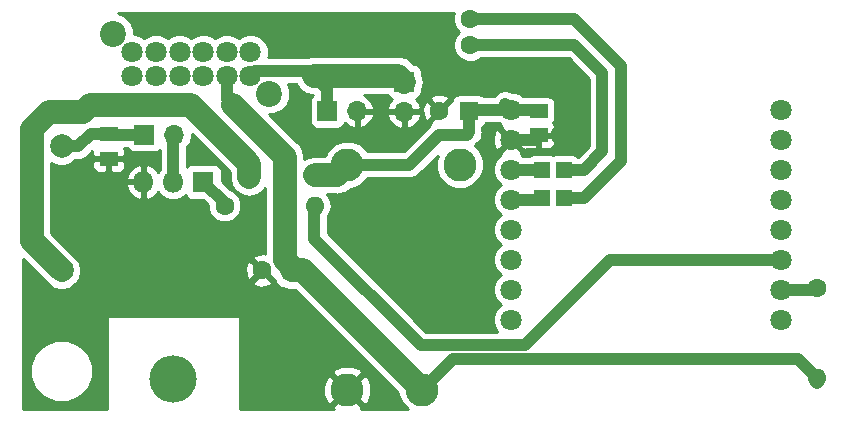
<source format=gbr>
G04 #@! TF.GenerationSoftware,KiCad,Pcbnew,5.0.0-rc2-unknown-9302bbc~65~ubuntu16.04.1*
G04 #@! TF.CreationDate,2018-06-15T14:22:43+03:00*
G04 #@! TF.ProjectId,cranklight,6372616E6B6C696768742E6B69636164,rev?*
G04 #@! TF.SameCoordinates,Original*
G04 #@! TF.FileFunction,Copper,L2,Bot,Signal*
G04 #@! TF.FilePolarity,Positive*
%FSLAX46Y46*%
G04 Gerber Fmt 4.6, Leading zero omitted, Abs format (unit mm)*
G04 Created by KiCad (PCBNEW 5.0.0-rc2-unknown-9302bbc~65~ubuntu16.04.1) date Fri Jun 15 14:22:43 2018*
%MOMM*%
%LPD*%
G01*
G04 APERTURE LIST*
G04 #@! TA.AperFunction,ComponentPad*
%ADD10C,2.000000*%
G04 #@! TD*
G04 #@! TA.AperFunction,ComponentPad*
%ADD11O,1.700000X1.700000*%
G04 #@! TD*
G04 #@! TA.AperFunction,ComponentPad*
%ADD12R,1.700000X1.700000*%
G04 #@! TD*
G04 #@! TA.AperFunction,SMDPad,CuDef*
%ADD13R,1.325000X1.400000*%
G04 #@! TD*
G04 #@! TA.AperFunction,ComponentPad*
%ADD14O,1.800000X1.800000*%
G04 #@! TD*
G04 #@! TA.AperFunction,ComponentPad*
%ADD15R,1.800000X1.800000*%
G04 #@! TD*
G04 #@! TA.AperFunction,ComponentPad*
%ADD16O,4.000000X4.000000*%
G04 #@! TD*
G04 #@! TA.AperFunction,ComponentPad*
%ADD17C,2.200000*%
G04 #@! TD*
G04 #@! TA.AperFunction,ComponentPad*
%ADD18C,1.800000*%
G04 #@! TD*
G04 #@! TA.AperFunction,SMDPad,CuDef*
%ADD19R,1.500000X1.145000*%
G04 #@! TD*
G04 #@! TA.AperFunction,ComponentPad*
%ADD20C,2.800000*%
G04 #@! TD*
G04 #@! TA.AperFunction,ComponentPad*
%ADD21O,1.600000X1.600000*%
G04 #@! TD*
G04 #@! TA.AperFunction,ComponentPad*
%ADD22C,1.600000*%
G04 #@! TD*
G04 #@! TA.AperFunction,ComponentPad*
%ADD23R,1.600000X1.600000*%
G04 #@! TD*
G04 #@! TA.AperFunction,ViaPad*
%ADD24C,1.600000*%
G04 #@! TD*
G04 #@! TA.AperFunction,Conductor*
%ADD25C,1.000000*%
G04 #@! TD*
G04 #@! TA.AperFunction,Conductor*
%ADD26C,2.000000*%
G04 #@! TD*
G04 #@! TA.AperFunction,Conductor*
%ADD27C,0.254000*%
G04 #@! TD*
G04 APERTURE END LIST*
D10*
G04 #@! TO.P,F1,2*
G04 #@! TO.N,+5V*
X104000000Y-122500000D03*
G04 #@! TO.P,F1,1*
G04 #@! TO.N,Net-(C4-Pad1)*
X104000000Y-112000000D03*
G04 #@! TD*
D11*
G04 #@! TO.P,J3,2*
G04 #@! TO.N,GND*
X129040000Y-109000000D03*
D12*
G04 #@! TO.P,J3,1*
G04 #@! TO.N,+BATT*
X126500000Y-109000000D03*
G04 #@! TD*
D13*
G04 #@! TO.P,R5,2*
G04 #@! TO.N,Net-(R5-Pad2)*
X144662500Y-114000000D03*
G04 #@! TO.P,R5,1*
G04 #@! TO.N,Net-(D1-Pad2)*
X146537500Y-114000000D03*
G04 #@! TD*
G04 #@! TO.P,R6,1*
G04 #@! TO.N,Net-(D2-Pad2)*
X146537500Y-116400000D03*
G04 #@! TO.P,R6,2*
G04 #@! TO.N,Net-(R6-Pad2)*
X144662500Y-116400000D03*
G04 #@! TD*
D14*
G04 #@! TO.P,Q1,3*
G04 #@! TO.N,GND*
X110920000Y-115000000D03*
G04 #@! TO.P,Q1,2*
G04 #@! TO.N,Net-(J2-Pad2)*
X113460000Y-115000000D03*
D15*
G04 #@! TO.P,Q1,1*
G04 #@! TO.N,Net-(Q1-Pad1)*
X116000000Y-115000000D03*
D16*
G04 #@! TO.P,Q1,2*
G04 #@! TO.N,Net-(J2-Pad2)*
X113460000Y-131660000D03*
G04 #@! TD*
D17*
G04 #@! TO.P,SW1,0*
G04 #@! TO.N,N/C*
X121600000Y-107550000D03*
X108400000Y-102450000D03*
D18*
G04 #@! TO.P,SW1,8*
X112000000Y-106000000D03*
G04 #@! TO.P,SW1,1*
X120000000Y-104000000D03*
G04 #@! TO.P,SW1,7*
X110000000Y-106000000D03*
G04 #@! TO.P,SW1,6*
G04 #@! TO.N,Net-(SW1-Pad6)*
X110000000Y-104000000D03*
G04 #@! TO.P,SW1,5*
G04 #@! TO.N,Net-(SW1-Pad5)*
X112000000Y-104000000D03*
G04 #@! TO.P,SW1,4*
G04 #@! TO.N,Net-(SW1-Pad4)*
X114000000Y-104000000D03*
G04 #@! TO.P,SW1,3*
G04 #@! TO.N,N/C*
X116000000Y-104000000D03*
G04 #@! TO.P,SW1,2*
X118000000Y-104000000D03*
G04 #@! TO.P,SW1,9*
X114000000Y-106000000D03*
G04 #@! TO.P,SW1,10*
G04 #@! TO.N,Net-(SW1-Pad10)*
X116000000Y-106000000D03*
G04 #@! TO.P,SW1,11*
G04 #@! TO.N,VCC*
X118000000Y-106000000D03*
G04 #@! TO.P,SW1,12*
G04 #@! TO.N,+BATT*
X120000000Y-106000000D03*
G04 #@! TD*
D19*
G04 #@! TO.P,C2,1*
G04 #@! TO.N,+5V*
X144400000Y-108957500D03*
G04 #@! TO.P,C2,2*
G04 #@! TO.N,GND*
X144400000Y-111042500D03*
G04 #@! TD*
D20*
G04 #@! TO.P,U2,1*
G04 #@! TO.N,GND*
X128200000Y-132600000D03*
G04 #@! TO.P,U2,2*
G04 #@! TO.N,VCC*
X134540000Y-132600000D03*
G04 #@! TO.P,U2,3*
G04 #@! TO.N,Net-(U2-Pad3)*
X137720000Y-113540000D03*
G04 #@! TO.P,U2,4*
G04 #@! TO.N,+5V*
X128200000Y-113540000D03*
G04 #@! TD*
D21*
G04 #@! TO.P,R1,2*
G04 #@! TO.N,VCC*
X168000000Y-131620000D03*
D22*
G04 #@! TO.P,R1,1*
G04 #@! TO.N,Net-(C1-Pad1)*
X168000000Y-124000000D03*
G04 #@! TD*
G04 #@! TO.P,C5,2*
G04 #@! TO.N,GND*
X136000000Y-109000000D03*
D23*
G04 #@! TO.P,C5,1*
G04 #@! TO.N,+5V*
X138500000Y-109000000D03*
G04 #@! TD*
D21*
G04 #@! TO.P,R3,2*
G04 #@! TO.N,Net-(R3-Pad2)*
X125420000Y-117000000D03*
D22*
G04 #@! TO.P,R3,1*
G04 #@! TO.N,Net-(Q1-Pad1)*
X117800000Y-117000000D03*
G04 #@! TD*
G04 #@! TO.P,C3,2*
G04 #@! TO.N,GND*
X121000000Y-122500000D03*
D23*
G04 #@! TO.P,C3,1*
G04 #@! TO.N,VCC*
X123500000Y-122500000D03*
G04 #@! TD*
D12*
G04 #@! TO.P,J2,1*
G04 #@! TO.N,Net-(C4-Pad1)*
X111000000Y-111000000D03*
D11*
G04 #@! TO.P,J2,2*
G04 #@! TO.N,Net-(J2-Pad2)*
X113540000Y-111000000D03*
G04 #@! TD*
D12*
G04 #@! TO.P,J1,1*
G04 #@! TO.N,+BATT*
X133000000Y-106500000D03*
D11*
G04 #@! TO.P,J1,2*
G04 #@! TO.N,GND*
X133000000Y-109040000D03*
G04 #@! TD*
D19*
G04 #@! TO.P,C4,1*
G04 #@! TO.N,Net-(C4-Pad1)*
X108000000Y-110957500D03*
G04 #@! TO.P,C4,2*
G04 #@! TO.N,GND*
X108000000Y-113042500D03*
G04 #@! TD*
D18*
G04 #@! TO.P,U1,8*
G04 #@! TO.N,Net-(U1-Pad8)*
X142070000Y-126660000D03*
G04 #@! TO.P,U1,7*
G04 #@! TO.N,Net-(U1-Pad7)*
X142070000Y-124120000D03*
G04 #@! TO.P,U1,6*
G04 #@! TO.N,Net-(U1-Pad6)*
X142070000Y-121580000D03*
G04 #@! TO.P,U1,5*
G04 #@! TO.N,Net-(U1-Pad5)*
X142070000Y-119040000D03*
G04 #@! TO.P,U1,4*
G04 #@! TO.N,Net-(R6-Pad2)*
X142070000Y-116500000D03*
G04 #@! TO.P,U1,3*
G04 #@! TO.N,Net-(R5-Pad2)*
X142070000Y-113960000D03*
G04 #@! TO.P,U1,2*
G04 #@! TO.N,GND*
X142070000Y-111420000D03*
G04 #@! TO.P,U1,1*
G04 #@! TO.N,+5V*
X142070000Y-108880000D03*
G04 #@! TO.P,U1,16*
G04 #@! TO.N,Net-(U1-Pad16)*
X164930000Y-108880000D03*
G04 #@! TO.P,U1,15*
G04 #@! TO.N,Net-(U1-Pad15)*
X164930000Y-111420000D03*
G04 #@! TO.P,U1,14*
G04 #@! TO.N,Net-(U1-Pad14)*
X164930000Y-113960000D03*
G04 #@! TO.P,U1,13*
G04 #@! TO.N,Net-(U1-Pad13)*
X164930000Y-116500000D03*
G04 #@! TO.P,U1,12*
G04 #@! TO.N,Net-(U1-Pad12)*
X164930000Y-119040000D03*
G04 #@! TO.P,U1,11*
G04 #@! TO.N,Net-(R3-Pad2)*
X164930000Y-121580000D03*
G04 #@! TO.P,U1,10*
G04 #@! TO.N,Net-(C1-Pad1)*
X164930000Y-124120000D03*
G04 #@! TO.P,U1,9*
G04 #@! TO.N,Net-(U1-Pad9)*
X164930000Y-126660000D03*
G04 #@! TD*
D24*
G04 #@! TO.N,GND*
X146200000Y-111000000D03*
X131000000Y-132500000D03*
G04 #@! TO.N,+5V*
X119900000Y-114600000D03*
X125500000Y-114400000D03*
G04 #@! TO.N,Net-(D2-Pad2)*
X138600000Y-101200000D03*
G04 #@! TO.N,Net-(D1-Pad2)*
X138600000Y-103400000D03*
G04 #@! TD*
D25*
G04 #@! TO.N,GND*
X142070000Y-111420000D02*
X144022500Y-111420000D01*
X144022500Y-111420000D02*
X144400000Y-111042500D01*
G04 #@! TO.N,+BATT*
X126500000Y-107150000D02*
X126500000Y-109000000D01*
X120400000Y-105600000D02*
X124950000Y-105600000D01*
X120000000Y-106000000D02*
X120400000Y-105600000D01*
X125350000Y-106000000D02*
X126500000Y-107150000D01*
X124950000Y-105600000D02*
X125350000Y-106000000D01*
D26*
X132500000Y-106000000D02*
X125350000Y-106000000D01*
X133000000Y-106500000D02*
X132500000Y-106000000D01*
D25*
G04 #@! TO.N,Net-(R3-Pad2)*
X134400000Y-128800000D02*
X125400000Y-119800000D01*
X143200000Y-128800000D02*
X134400000Y-128800000D01*
X150420000Y-121580000D02*
X143200000Y-128800000D01*
X164930000Y-121580000D02*
X150420000Y-121580000D01*
X125400000Y-119800000D02*
X125400000Y-117020000D01*
X125400000Y-117020000D02*
X125420000Y-117000000D01*
G04 #@! TO.N,Net-(C1-Pad1)*
X164930000Y-124120000D02*
X167880000Y-124120000D01*
X167880000Y-124120000D02*
X168000000Y-124000000D01*
G04 #@! TO.N,Net-(Q1-Pad1)*
X117800000Y-116800000D02*
X116000000Y-115000000D01*
G04 #@! TO.N,Net-(C4-Pad1)*
X108042500Y-111000000D02*
X108000000Y-110957500D01*
X111000000Y-111000000D02*
X108042500Y-111000000D01*
X105414213Y-112000000D02*
X104000000Y-112000000D01*
X106456713Y-110957500D02*
X105414213Y-112000000D01*
X108000000Y-110957500D02*
X106456713Y-110957500D01*
G04 #@! TO.N,Net-(J2-Pad2)*
X113460000Y-111080000D02*
X113540000Y-111000000D01*
X113460000Y-115000000D02*
X113460000Y-111080000D01*
G04 #@! TO.N,Net-(R5-Pad2)*
X142070000Y-113960000D02*
X144517500Y-113960000D01*
X144517500Y-113960000D02*
X144557500Y-114000000D01*
G04 #@! TO.N,VCC*
X168000000Y-131620000D02*
X168000000Y-132000000D01*
X134540000Y-132600000D02*
X137140000Y-130000000D01*
X137140000Y-130000000D02*
X166380000Y-130000000D01*
X166380000Y-130000000D02*
X168000000Y-131620000D01*
X118000000Y-108000000D02*
X118500000Y-108500000D01*
X118000000Y-106000000D02*
X118000000Y-108000000D01*
D26*
X122900000Y-112900000D02*
X118500000Y-108500000D01*
X122900000Y-121600000D02*
X122900000Y-112900000D01*
X123600000Y-122300000D02*
X122900000Y-121600000D01*
X124440000Y-122500000D02*
X123500000Y-122500000D01*
X134540000Y-132600000D02*
X124440000Y-122500000D01*
D25*
G04 #@! TO.N,+5V*
X142070000Y-108880000D02*
X138880000Y-108880000D01*
X142070000Y-108880000D02*
X144322500Y-108880000D01*
X144322500Y-108880000D02*
X144400000Y-108957500D01*
X141590000Y-108400000D02*
X142070000Y-108880000D01*
D26*
X127340000Y-114400000D02*
X128200000Y-113540000D01*
X125500000Y-114400000D02*
X127340000Y-114400000D01*
X102900000Y-109100000D02*
X105800000Y-109100000D01*
X101500000Y-110500000D02*
X102900000Y-109100000D01*
X101500000Y-120000000D02*
X101500000Y-110500000D01*
X114931370Y-108500000D02*
X119900000Y-113468630D01*
X119900000Y-113468630D02*
X119900000Y-114600000D01*
X104000000Y-122500000D02*
X101500000Y-120000000D01*
X105800000Y-109100000D02*
X106400000Y-108500000D01*
X106400000Y-108500000D02*
X114931370Y-108500000D01*
D25*
X128200000Y-113540000D02*
X128240000Y-113500000D01*
X133460000Y-113540000D02*
X128200000Y-113540000D01*
X136000000Y-111000000D02*
X133460000Y-113540000D01*
X138500000Y-110800000D02*
X138300000Y-111000000D01*
X138500000Y-109000000D02*
X138500000Y-110800000D01*
X138300000Y-111000000D02*
X136000000Y-111000000D01*
G04 #@! TO.N,Net-(D2-Pad2)*
X151400000Y-105200000D02*
X147400000Y-101200000D01*
X148215000Y-116400000D02*
X151400000Y-113215000D01*
X151400000Y-113215000D02*
X151400000Y-105200000D01*
X146642500Y-116400000D02*
X148215000Y-116400000D01*
X147400000Y-101200000D02*
X138600000Y-101200000D01*
G04 #@! TO.N,Net-(D1-Pad2)*
X149800000Y-105800000D02*
X147400000Y-103400000D01*
X147400000Y-103400000D02*
X138600000Y-103400000D01*
X149800000Y-112415000D02*
X149800000Y-105800000D01*
X146642500Y-114000000D02*
X148215000Y-114000000D01*
X148215000Y-114000000D02*
X149800000Y-112415000D01*
G04 #@! TO.N,Net-(R6-Pad2)*
X142070000Y-116500000D02*
X144457500Y-116500000D01*
X144457500Y-116500000D02*
X144557500Y-116400000D01*
G04 #@! TD*
D27*
G04 #@! TO.N,GND*
G36*
X118265000Y-114145869D02*
X118265000Y-114761031D01*
X118359864Y-115237945D01*
X118721232Y-115778769D01*
X119262056Y-116140136D01*
X119900000Y-116267031D01*
X120537945Y-116140136D01*
X121078769Y-115778769D01*
X121265001Y-115500054D01*
X121265000Y-121070368D01*
X121216777Y-121053035D01*
X120646546Y-121080222D01*
X120245995Y-121246136D01*
X120171861Y-121492255D01*
X121000000Y-122320395D01*
X121014142Y-122306252D01*
X121193748Y-122485858D01*
X121179605Y-122500000D01*
X122007745Y-123328139D01*
X122055307Y-123313813D01*
X122101843Y-123547765D01*
X122242191Y-123757809D01*
X122452235Y-123898157D01*
X122700000Y-123947440D01*
X122723326Y-123947440D01*
X122862055Y-124040136D01*
X123338969Y-124135000D01*
X123762762Y-124135000D01*
X132505000Y-132877239D01*
X132505000Y-133004787D01*
X132814810Y-133752735D01*
X133327075Y-134265000D01*
X129355272Y-134265000D01*
X129462118Y-134041724D01*
X128200000Y-132779605D01*
X126937882Y-134041724D01*
X127044728Y-134265000D01*
X119127000Y-134265000D01*
X119127000Y-132240031D01*
X126156595Y-132240031D01*
X126174386Y-133049409D01*
X126449894Y-133714545D01*
X126758276Y-133862118D01*
X128020395Y-132600000D01*
X128379605Y-132600000D01*
X129641724Y-133862118D01*
X129950106Y-133714545D01*
X130243405Y-132959969D01*
X130225614Y-132150591D01*
X129950106Y-131485455D01*
X129641724Y-131337882D01*
X128379605Y-132600000D01*
X128020395Y-132600000D01*
X126758276Y-131337882D01*
X126449894Y-131485455D01*
X126156595Y-132240031D01*
X119127000Y-132240031D01*
X119127000Y-131158276D01*
X126937882Y-131158276D01*
X128200000Y-132420395D01*
X129462118Y-131158276D01*
X129314545Y-130849894D01*
X128559969Y-130556595D01*
X127750591Y-130574386D01*
X127085455Y-130849894D01*
X126937882Y-131158276D01*
X119127000Y-131158276D01*
X119127000Y-126500000D01*
X119117333Y-126451399D01*
X119089803Y-126410197D01*
X119048601Y-126382667D01*
X119000000Y-126373000D01*
X108000000Y-126373000D01*
X107951399Y-126382667D01*
X107910197Y-126410197D01*
X107882667Y-126451399D01*
X107873000Y-126500000D01*
X107873000Y-134265000D01*
X100735000Y-134265000D01*
X100735000Y-130475866D01*
X101365000Y-130475866D01*
X101365000Y-131524134D01*
X101766155Y-132492608D01*
X102507392Y-133233845D01*
X103475866Y-133635000D01*
X104524134Y-133635000D01*
X105492608Y-133233845D01*
X106233845Y-132492608D01*
X106635000Y-131524134D01*
X106635000Y-130475866D01*
X106233845Y-129507392D01*
X105492608Y-128766155D01*
X104524134Y-128365000D01*
X103475866Y-128365000D01*
X102507392Y-128766155D01*
X101766155Y-129507392D01*
X101365000Y-130475866D01*
X100735000Y-130475866D01*
X100735000Y-121547238D01*
X102613914Y-123426153D01*
X103073847Y-123886086D01*
X103225540Y-123948920D01*
X103362054Y-124040135D01*
X103523083Y-124072166D01*
X103674778Y-124135000D01*
X103838970Y-124135000D01*
X104000000Y-124167031D01*
X104161030Y-124135000D01*
X104325222Y-124135000D01*
X104476918Y-124072166D01*
X104637945Y-124040135D01*
X104774456Y-123948921D01*
X104926153Y-123886086D01*
X105042257Y-123769982D01*
X105178768Y-123678768D01*
X105269982Y-123542257D01*
X105304494Y-123507745D01*
X120171861Y-123507745D01*
X120245995Y-123753864D01*
X120783223Y-123946965D01*
X121353454Y-123919778D01*
X121754005Y-123753864D01*
X121828139Y-123507745D01*
X121000000Y-122679605D01*
X120171861Y-123507745D01*
X105304494Y-123507745D01*
X105386086Y-123426153D01*
X105448921Y-123274456D01*
X105540135Y-123137945D01*
X105572166Y-122976918D01*
X105635000Y-122825222D01*
X105635000Y-122661030D01*
X105667031Y-122500000D01*
X105635000Y-122338970D01*
X105635000Y-122283223D01*
X119553035Y-122283223D01*
X119580222Y-122853454D01*
X119746136Y-123254005D01*
X119992255Y-123328139D01*
X120820395Y-122500000D01*
X119992255Y-121671861D01*
X119746136Y-121745995D01*
X119553035Y-122283223D01*
X105635000Y-122283223D01*
X105635000Y-122174778D01*
X105572166Y-122023083D01*
X105540135Y-121862054D01*
X105448920Y-121725540D01*
X105386086Y-121573847D01*
X104926153Y-121113914D01*
X103135000Y-119322762D01*
X103135000Y-115364740D01*
X109428964Y-115364740D01*
X109607760Y-115796417D01*
X110012424Y-116237966D01*
X110555258Y-116491046D01*
X110793000Y-116370997D01*
X110793000Y-115127000D01*
X109549622Y-115127000D01*
X109428964Y-115364740D01*
X103135000Y-115364740D01*
X103135000Y-114635260D01*
X109428964Y-114635260D01*
X109549622Y-114873000D01*
X110793000Y-114873000D01*
X110793000Y-113629003D01*
X110555258Y-113508954D01*
X110012424Y-113762034D01*
X109607760Y-114203583D01*
X109428964Y-114635260D01*
X103135000Y-114635260D01*
X103135000Y-113411416D01*
X103674778Y-113635000D01*
X104325222Y-113635000D01*
X104926153Y-113386086D01*
X104983989Y-113328250D01*
X106615000Y-113328250D01*
X106615000Y-113741309D01*
X106711673Y-113974698D01*
X106890301Y-114153327D01*
X107123690Y-114250000D01*
X107714250Y-114250000D01*
X107873000Y-114091250D01*
X107873000Y-113169500D01*
X108127000Y-113169500D01*
X108127000Y-114091250D01*
X108285750Y-114250000D01*
X108876310Y-114250000D01*
X109109699Y-114153327D01*
X109288327Y-113974698D01*
X109385000Y-113741309D01*
X109385000Y-113328250D01*
X109226250Y-113169500D01*
X108127000Y-113169500D01*
X107873000Y-113169500D01*
X106773750Y-113169500D01*
X106615000Y-113328250D01*
X104983989Y-113328250D01*
X105177239Y-113135000D01*
X105302430Y-113135000D01*
X105414213Y-113157235D01*
X105525996Y-113135000D01*
X105857068Y-113069146D01*
X106232502Y-112818289D01*
X106295826Y-112723519D01*
X106615000Y-112404344D01*
X106615000Y-112756750D01*
X106773750Y-112915500D01*
X107873000Y-112915500D01*
X107873000Y-112895500D01*
X108127000Y-112895500D01*
X108127000Y-112915500D01*
X109226250Y-112915500D01*
X109385000Y-112756750D01*
X109385000Y-112343691D01*
X109298557Y-112135000D01*
X109576723Y-112135000D01*
X109692191Y-112307809D01*
X109902235Y-112448157D01*
X110150000Y-112497440D01*
X111850000Y-112497440D01*
X112097765Y-112448157D01*
X112307809Y-112307809D01*
X112325001Y-112282080D01*
X112325000Y-113935721D01*
X112182376Y-114149174D01*
X111827576Y-113762034D01*
X111284742Y-113508954D01*
X111047000Y-113629003D01*
X111047000Y-114873000D01*
X111067000Y-114873000D01*
X111067000Y-115127000D01*
X111047000Y-115127000D01*
X111047000Y-116370997D01*
X111284742Y-116491046D01*
X111827576Y-116237966D01*
X112182376Y-115850826D01*
X112353327Y-116106673D01*
X112861073Y-116445938D01*
X113308818Y-116535000D01*
X113611182Y-116535000D01*
X114058927Y-116445938D01*
X114502871Y-116149304D01*
X114642191Y-116357809D01*
X114852235Y-116498157D01*
X115100000Y-116547440D01*
X115942309Y-116547440D01*
X116365000Y-116970132D01*
X116365000Y-117285439D01*
X116583466Y-117812862D01*
X116987138Y-118216534D01*
X117514561Y-118435000D01*
X118085439Y-118435000D01*
X118612862Y-118216534D01*
X119016534Y-117812862D01*
X119235000Y-117285439D01*
X119235000Y-116714561D01*
X119016534Y-116187138D01*
X118612862Y-115783466D01*
X118230019Y-115624887D01*
X117547440Y-114942309D01*
X117547440Y-114100000D01*
X117498157Y-113852235D01*
X117357809Y-113642191D01*
X117147765Y-113501843D01*
X116900000Y-113452560D01*
X115100000Y-113452560D01*
X114852235Y-113501843D01*
X114642191Y-113642191D01*
X114595000Y-113712817D01*
X114595000Y-112081065D01*
X114610625Y-112070625D01*
X114938839Y-111579418D01*
X115054092Y-111000000D01*
X115037943Y-110918811D01*
X118265000Y-114145869D01*
X118265000Y-114145869D01*
G37*
X118265000Y-114145869D02*
X118265000Y-114761031D01*
X118359864Y-115237945D01*
X118721232Y-115778769D01*
X119262056Y-116140136D01*
X119900000Y-116267031D01*
X120537945Y-116140136D01*
X121078769Y-115778769D01*
X121265001Y-115500054D01*
X121265000Y-121070368D01*
X121216777Y-121053035D01*
X120646546Y-121080222D01*
X120245995Y-121246136D01*
X120171861Y-121492255D01*
X121000000Y-122320395D01*
X121014142Y-122306252D01*
X121193748Y-122485858D01*
X121179605Y-122500000D01*
X122007745Y-123328139D01*
X122055307Y-123313813D01*
X122101843Y-123547765D01*
X122242191Y-123757809D01*
X122452235Y-123898157D01*
X122700000Y-123947440D01*
X122723326Y-123947440D01*
X122862055Y-124040136D01*
X123338969Y-124135000D01*
X123762762Y-124135000D01*
X132505000Y-132877239D01*
X132505000Y-133004787D01*
X132814810Y-133752735D01*
X133327075Y-134265000D01*
X129355272Y-134265000D01*
X129462118Y-134041724D01*
X128200000Y-132779605D01*
X126937882Y-134041724D01*
X127044728Y-134265000D01*
X119127000Y-134265000D01*
X119127000Y-132240031D01*
X126156595Y-132240031D01*
X126174386Y-133049409D01*
X126449894Y-133714545D01*
X126758276Y-133862118D01*
X128020395Y-132600000D01*
X128379605Y-132600000D01*
X129641724Y-133862118D01*
X129950106Y-133714545D01*
X130243405Y-132959969D01*
X130225614Y-132150591D01*
X129950106Y-131485455D01*
X129641724Y-131337882D01*
X128379605Y-132600000D01*
X128020395Y-132600000D01*
X126758276Y-131337882D01*
X126449894Y-131485455D01*
X126156595Y-132240031D01*
X119127000Y-132240031D01*
X119127000Y-131158276D01*
X126937882Y-131158276D01*
X128200000Y-132420395D01*
X129462118Y-131158276D01*
X129314545Y-130849894D01*
X128559969Y-130556595D01*
X127750591Y-130574386D01*
X127085455Y-130849894D01*
X126937882Y-131158276D01*
X119127000Y-131158276D01*
X119127000Y-126500000D01*
X119117333Y-126451399D01*
X119089803Y-126410197D01*
X119048601Y-126382667D01*
X119000000Y-126373000D01*
X108000000Y-126373000D01*
X107951399Y-126382667D01*
X107910197Y-126410197D01*
X107882667Y-126451399D01*
X107873000Y-126500000D01*
X107873000Y-134265000D01*
X100735000Y-134265000D01*
X100735000Y-130475866D01*
X101365000Y-130475866D01*
X101365000Y-131524134D01*
X101766155Y-132492608D01*
X102507392Y-133233845D01*
X103475866Y-133635000D01*
X104524134Y-133635000D01*
X105492608Y-133233845D01*
X106233845Y-132492608D01*
X106635000Y-131524134D01*
X106635000Y-130475866D01*
X106233845Y-129507392D01*
X105492608Y-128766155D01*
X104524134Y-128365000D01*
X103475866Y-128365000D01*
X102507392Y-128766155D01*
X101766155Y-129507392D01*
X101365000Y-130475866D01*
X100735000Y-130475866D01*
X100735000Y-121547238D01*
X102613914Y-123426153D01*
X103073847Y-123886086D01*
X103225540Y-123948920D01*
X103362054Y-124040135D01*
X103523083Y-124072166D01*
X103674778Y-124135000D01*
X103838970Y-124135000D01*
X104000000Y-124167031D01*
X104161030Y-124135000D01*
X104325222Y-124135000D01*
X104476918Y-124072166D01*
X104637945Y-124040135D01*
X104774456Y-123948921D01*
X104926153Y-123886086D01*
X105042257Y-123769982D01*
X105178768Y-123678768D01*
X105269982Y-123542257D01*
X105304494Y-123507745D01*
X120171861Y-123507745D01*
X120245995Y-123753864D01*
X120783223Y-123946965D01*
X121353454Y-123919778D01*
X121754005Y-123753864D01*
X121828139Y-123507745D01*
X121000000Y-122679605D01*
X120171861Y-123507745D01*
X105304494Y-123507745D01*
X105386086Y-123426153D01*
X105448921Y-123274456D01*
X105540135Y-123137945D01*
X105572166Y-122976918D01*
X105635000Y-122825222D01*
X105635000Y-122661030D01*
X105667031Y-122500000D01*
X105635000Y-122338970D01*
X105635000Y-122283223D01*
X119553035Y-122283223D01*
X119580222Y-122853454D01*
X119746136Y-123254005D01*
X119992255Y-123328139D01*
X120820395Y-122500000D01*
X119992255Y-121671861D01*
X119746136Y-121745995D01*
X119553035Y-122283223D01*
X105635000Y-122283223D01*
X105635000Y-122174778D01*
X105572166Y-122023083D01*
X105540135Y-121862054D01*
X105448920Y-121725540D01*
X105386086Y-121573847D01*
X104926153Y-121113914D01*
X103135000Y-119322762D01*
X103135000Y-115364740D01*
X109428964Y-115364740D01*
X109607760Y-115796417D01*
X110012424Y-116237966D01*
X110555258Y-116491046D01*
X110793000Y-116370997D01*
X110793000Y-115127000D01*
X109549622Y-115127000D01*
X109428964Y-115364740D01*
X103135000Y-115364740D01*
X103135000Y-114635260D01*
X109428964Y-114635260D01*
X109549622Y-114873000D01*
X110793000Y-114873000D01*
X110793000Y-113629003D01*
X110555258Y-113508954D01*
X110012424Y-113762034D01*
X109607760Y-114203583D01*
X109428964Y-114635260D01*
X103135000Y-114635260D01*
X103135000Y-113411416D01*
X103674778Y-113635000D01*
X104325222Y-113635000D01*
X104926153Y-113386086D01*
X104983989Y-113328250D01*
X106615000Y-113328250D01*
X106615000Y-113741309D01*
X106711673Y-113974698D01*
X106890301Y-114153327D01*
X107123690Y-114250000D01*
X107714250Y-114250000D01*
X107873000Y-114091250D01*
X107873000Y-113169500D01*
X108127000Y-113169500D01*
X108127000Y-114091250D01*
X108285750Y-114250000D01*
X108876310Y-114250000D01*
X109109699Y-114153327D01*
X109288327Y-113974698D01*
X109385000Y-113741309D01*
X109385000Y-113328250D01*
X109226250Y-113169500D01*
X108127000Y-113169500D01*
X107873000Y-113169500D01*
X106773750Y-113169500D01*
X106615000Y-113328250D01*
X104983989Y-113328250D01*
X105177239Y-113135000D01*
X105302430Y-113135000D01*
X105414213Y-113157235D01*
X105525996Y-113135000D01*
X105857068Y-113069146D01*
X106232502Y-112818289D01*
X106295826Y-112723519D01*
X106615000Y-112404344D01*
X106615000Y-112756750D01*
X106773750Y-112915500D01*
X107873000Y-112915500D01*
X107873000Y-112895500D01*
X108127000Y-112895500D01*
X108127000Y-112915500D01*
X109226250Y-112915500D01*
X109385000Y-112756750D01*
X109385000Y-112343691D01*
X109298557Y-112135000D01*
X109576723Y-112135000D01*
X109692191Y-112307809D01*
X109902235Y-112448157D01*
X110150000Y-112497440D01*
X111850000Y-112497440D01*
X112097765Y-112448157D01*
X112307809Y-112307809D01*
X112325001Y-112282080D01*
X112325000Y-113935721D01*
X112182376Y-114149174D01*
X111827576Y-113762034D01*
X111284742Y-113508954D01*
X111047000Y-113629003D01*
X111047000Y-114873000D01*
X111067000Y-114873000D01*
X111067000Y-115127000D01*
X111047000Y-115127000D01*
X111047000Y-116370997D01*
X111284742Y-116491046D01*
X111827576Y-116237966D01*
X112182376Y-115850826D01*
X112353327Y-116106673D01*
X112861073Y-116445938D01*
X113308818Y-116535000D01*
X113611182Y-116535000D01*
X114058927Y-116445938D01*
X114502871Y-116149304D01*
X114642191Y-116357809D01*
X114852235Y-116498157D01*
X115100000Y-116547440D01*
X115942309Y-116547440D01*
X116365000Y-116970132D01*
X116365000Y-117285439D01*
X116583466Y-117812862D01*
X116987138Y-118216534D01*
X117514561Y-118435000D01*
X118085439Y-118435000D01*
X118612862Y-118216534D01*
X119016534Y-117812862D01*
X119235000Y-117285439D01*
X119235000Y-116714561D01*
X119016534Y-116187138D01*
X118612862Y-115783466D01*
X118230019Y-115624887D01*
X117547440Y-114942309D01*
X117547440Y-114100000D01*
X117498157Y-113852235D01*
X117357809Y-113642191D01*
X117147765Y-113501843D01*
X116900000Y-113452560D01*
X115100000Y-113452560D01*
X114852235Y-113501843D01*
X114642191Y-113642191D01*
X114595000Y-113712817D01*
X114595000Y-112081065D01*
X114610625Y-112070625D01*
X114938839Y-111579418D01*
X115054092Y-111000000D01*
X115037943Y-110918811D01*
X118265000Y-114145869D01*
G36*
X137165000Y-100914561D02*
X137165000Y-101485439D01*
X137383466Y-102012862D01*
X137670604Y-102300000D01*
X137383466Y-102587138D01*
X137165000Y-103114561D01*
X137165000Y-103685439D01*
X137383466Y-104212862D01*
X137787138Y-104616534D01*
X138314561Y-104835000D01*
X138885439Y-104835000D01*
X139412862Y-104616534D01*
X139494396Y-104535000D01*
X146929869Y-104535000D01*
X148665001Y-106270134D01*
X148665000Y-111944867D01*
X147744869Y-112865000D01*
X147673050Y-112865000D01*
X147657809Y-112842191D01*
X147447765Y-112701843D01*
X147200000Y-112652560D01*
X145875000Y-112652560D01*
X145627235Y-112701843D01*
X145600000Y-112720041D01*
X145572765Y-112701843D01*
X145325000Y-112652560D01*
X144000000Y-112652560D01*
X143752235Y-112701843D01*
X143567919Y-112825000D01*
X143105817Y-112825000D01*
X142939507Y-112658690D01*
X142919885Y-112650562D01*
X142970554Y-112500159D01*
X142070000Y-111599605D01*
X141169446Y-112500159D01*
X141220115Y-112650562D01*
X141200493Y-112658690D01*
X140768690Y-113090493D01*
X140535000Y-113654670D01*
X140535000Y-114265330D01*
X140768690Y-114829507D01*
X141169183Y-115230000D01*
X140768690Y-115630493D01*
X140535000Y-116194670D01*
X140535000Y-116805330D01*
X140768690Y-117369507D01*
X141169183Y-117770000D01*
X140768690Y-118170493D01*
X140535000Y-118734670D01*
X140535000Y-119345330D01*
X140768690Y-119909507D01*
X141169183Y-120310000D01*
X140768690Y-120710493D01*
X140535000Y-121274670D01*
X140535000Y-121885330D01*
X140768690Y-122449507D01*
X141169183Y-122850000D01*
X140768690Y-123250493D01*
X140535000Y-123814670D01*
X140535000Y-124425330D01*
X140768690Y-124989507D01*
X141169183Y-125390000D01*
X140768690Y-125790493D01*
X140535000Y-126354670D01*
X140535000Y-126965330D01*
X140768690Y-127529507D01*
X140904183Y-127665000D01*
X134870132Y-127665000D01*
X126535000Y-119329869D01*
X126535000Y-117914215D01*
X126771740Y-117559909D01*
X126883113Y-117000000D01*
X126771740Y-116440091D01*
X126501067Y-116035000D01*
X127178970Y-116035000D01*
X127340000Y-116067031D01*
X127501030Y-116035000D01*
X127501031Y-116035000D01*
X127977945Y-115940136D01*
X128518769Y-115578769D01*
X128521287Y-115575000D01*
X128604787Y-115575000D01*
X129352735Y-115265190D01*
X129925190Y-114692735D01*
X129932536Y-114675000D01*
X133348217Y-114675000D01*
X133460000Y-114697235D01*
X133571783Y-114675000D01*
X133902855Y-114609146D01*
X134278289Y-114358289D01*
X134341613Y-114263518D01*
X135837085Y-112768046D01*
X135685000Y-113135213D01*
X135685000Y-113944787D01*
X135994810Y-114692735D01*
X136567265Y-115265190D01*
X137315213Y-115575000D01*
X138124787Y-115575000D01*
X138872735Y-115265190D01*
X139445190Y-114692735D01*
X139755000Y-113944787D01*
X139755000Y-113135213D01*
X139445190Y-112387265D01*
X138973176Y-111915251D01*
X139118289Y-111818289D01*
X139181613Y-111723518D01*
X139223518Y-111681613D01*
X139318289Y-111618289D01*
X139569146Y-111242855D01*
X139581780Y-111179336D01*
X140523542Y-111179336D01*
X140549161Y-111789460D01*
X140733357Y-112234148D01*
X140989841Y-112320554D01*
X141890395Y-111420000D01*
X140989841Y-110519446D01*
X140733357Y-110605852D01*
X140523542Y-111179336D01*
X139581780Y-111179336D01*
X139635000Y-110911783D01*
X139657235Y-110800000D01*
X139635000Y-110688217D01*
X139635000Y-110339868D01*
X139757809Y-110257809D01*
X139898157Y-110047765D01*
X139904674Y-110015000D01*
X141034183Y-110015000D01*
X141200493Y-110181310D01*
X141220115Y-110189438D01*
X141169446Y-110339841D01*
X142070000Y-111240395D01*
X142084143Y-111226253D01*
X142263748Y-111405858D01*
X142249605Y-111420000D01*
X143150159Y-112320554D01*
X143406643Y-112234148D01*
X143417010Y-112205812D01*
X143523690Y-112250000D01*
X144114250Y-112250000D01*
X144273000Y-112091250D01*
X144273000Y-111169500D01*
X144527000Y-111169500D01*
X144527000Y-112091250D01*
X144685750Y-112250000D01*
X145276310Y-112250000D01*
X145509699Y-112153327D01*
X145688327Y-111974698D01*
X145785000Y-111741309D01*
X145785000Y-111328250D01*
X145626250Y-111169500D01*
X144527000Y-111169500D01*
X144273000Y-111169500D01*
X144253000Y-111169500D01*
X144253000Y-110915500D01*
X144273000Y-110915500D01*
X144273000Y-110895500D01*
X144527000Y-110895500D01*
X144527000Y-110915500D01*
X145626250Y-110915500D01*
X145785000Y-110756750D01*
X145785000Y-110343691D01*
X145688327Y-110110302D01*
X145582647Y-110004622D01*
X145607809Y-109987809D01*
X145748157Y-109777765D01*
X145797440Y-109530000D01*
X145797440Y-108385000D01*
X145748157Y-108137235D01*
X145607809Y-107927191D01*
X145397765Y-107786843D01*
X145150000Y-107737560D01*
X144396880Y-107737560D01*
X144322500Y-107722765D01*
X144248120Y-107737560D01*
X143650000Y-107737560D01*
X143612596Y-107745000D01*
X143105817Y-107745000D01*
X142939507Y-107578690D01*
X142375330Y-107345000D01*
X142054025Y-107345000D01*
X142032854Y-107330854D01*
X141590000Y-107242765D01*
X141147146Y-107330854D01*
X140771712Y-107581712D01*
X140662606Y-107745000D01*
X139759686Y-107745000D01*
X139757809Y-107742191D01*
X139547765Y-107601843D01*
X139300000Y-107552560D01*
X137700000Y-107552560D01*
X137452235Y-107601843D01*
X137242191Y-107742191D01*
X137101843Y-107952235D01*
X137055307Y-108186187D01*
X137007745Y-108171861D01*
X136179605Y-109000000D01*
X136193748Y-109014142D01*
X136014142Y-109193748D01*
X136000000Y-109179605D01*
X135171861Y-110007745D01*
X135217133Y-110158043D01*
X135181711Y-110181711D01*
X135118389Y-110276479D01*
X132989869Y-112405000D01*
X129932536Y-112405000D01*
X129925190Y-112387265D01*
X129352735Y-111814810D01*
X128604787Y-111505000D01*
X127795213Y-111505000D01*
X127047265Y-111814810D01*
X126474810Y-112387265D01*
X126318347Y-112765000D01*
X125338969Y-112765000D01*
X124862055Y-112859864D01*
X124535000Y-113078395D01*
X124535000Y-113061031D01*
X124567031Y-112900000D01*
X124440136Y-112262054D01*
X124239574Y-111961893D01*
X124078769Y-111721231D01*
X123942253Y-111630014D01*
X121597238Y-109285000D01*
X121945113Y-109285000D01*
X122582799Y-109020862D01*
X123070862Y-108532799D01*
X123335000Y-107895113D01*
X123335000Y-107204887D01*
X123140367Y-106735000D01*
X123874714Y-106735000D01*
X124171231Y-107178769D01*
X124712055Y-107540136D01*
X125188969Y-107635000D01*
X125277783Y-107635000D01*
X125192191Y-107692191D01*
X125051843Y-107902235D01*
X125002560Y-108150000D01*
X125002560Y-109850000D01*
X125051843Y-110097765D01*
X125192191Y-110307809D01*
X125402235Y-110448157D01*
X125650000Y-110497440D01*
X127350000Y-110497440D01*
X127597765Y-110448157D01*
X127807809Y-110307809D01*
X127948157Y-110097765D01*
X127968739Y-109994292D01*
X128273076Y-110271645D01*
X128683110Y-110441476D01*
X128913000Y-110320155D01*
X128913000Y-109127000D01*
X129167000Y-109127000D01*
X129167000Y-110320155D01*
X129396890Y-110441476D01*
X129806924Y-110271645D01*
X130235183Y-109881358D01*
X130462701Y-109396890D01*
X131558524Y-109396890D01*
X131728355Y-109806924D01*
X132118642Y-110235183D01*
X132643108Y-110481486D01*
X132873000Y-110360819D01*
X132873000Y-109167000D01*
X133127000Y-109167000D01*
X133127000Y-110360819D01*
X133356892Y-110481486D01*
X133881358Y-110235183D01*
X134271645Y-109806924D01*
X134441476Y-109396890D01*
X134320155Y-109167000D01*
X133127000Y-109167000D01*
X132873000Y-109167000D01*
X131679845Y-109167000D01*
X131558524Y-109396890D01*
X130462701Y-109396890D01*
X130481486Y-109356892D01*
X130360819Y-109127000D01*
X129167000Y-109127000D01*
X128913000Y-109127000D01*
X128893000Y-109127000D01*
X128893000Y-108873000D01*
X128913000Y-108873000D01*
X128913000Y-108853000D01*
X129167000Y-108853000D01*
X129167000Y-108873000D01*
X130360819Y-108873000D01*
X130481486Y-108643108D01*
X130235183Y-108118642D01*
X129806924Y-107728355D01*
X129581531Y-107635000D01*
X131576723Y-107635000D01*
X131692191Y-107807809D01*
X131902235Y-107948157D01*
X132005708Y-107968739D01*
X131728355Y-108273076D01*
X131558524Y-108683110D01*
X131679845Y-108913000D01*
X132873000Y-108913000D01*
X132873000Y-108893000D01*
X133127000Y-108893000D01*
X133127000Y-108913000D01*
X134320155Y-108913000D01*
X134388642Y-108783223D01*
X134553035Y-108783223D01*
X134580222Y-109353454D01*
X134746136Y-109754005D01*
X134992255Y-109828139D01*
X135820395Y-109000000D01*
X134992255Y-108171861D01*
X134746136Y-108245995D01*
X134553035Y-108783223D01*
X134388642Y-108783223D01*
X134441476Y-108683110D01*
X134271645Y-108273076D01*
X134015723Y-107992255D01*
X135171861Y-107992255D01*
X136000000Y-108820395D01*
X136828139Y-107992255D01*
X136754005Y-107746136D01*
X136216777Y-107553035D01*
X135646546Y-107580222D01*
X135245995Y-107746136D01*
X135171861Y-107992255D01*
X134015723Y-107992255D01*
X133994292Y-107968739D01*
X134097765Y-107948157D01*
X134307809Y-107807809D01*
X134448157Y-107597765D01*
X134497440Y-107350000D01*
X134497440Y-107201843D01*
X134540135Y-107137945D01*
X134667031Y-106500000D01*
X134540135Y-105862055D01*
X134497440Y-105798157D01*
X134497440Y-105650000D01*
X134448157Y-105402235D01*
X134307809Y-105192191D01*
X134097765Y-105051843D01*
X133850000Y-105002560D01*
X133814798Y-105002560D01*
X133769988Y-104957750D01*
X133678769Y-104821231D01*
X133137945Y-104459864D01*
X132661031Y-104365000D01*
X132661030Y-104365000D01*
X132500000Y-104332969D01*
X132338970Y-104365000D01*
X125188969Y-104365000D01*
X124712055Y-104459864D01*
X124704368Y-104465000D01*
X121468862Y-104465000D01*
X121535000Y-104305330D01*
X121535000Y-103694670D01*
X121301310Y-103130493D01*
X120869507Y-102698690D01*
X120305330Y-102465000D01*
X119694670Y-102465000D01*
X119130493Y-102698690D01*
X119000000Y-102829183D01*
X118869507Y-102698690D01*
X118305330Y-102465000D01*
X117694670Y-102465000D01*
X117130493Y-102698690D01*
X117000000Y-102829183D01*
X116869507Y-102698690D01*
X116305330Y-102465000D01*
X115694670Y-102465000D01*
X115130493Y-102698690D01*
X115000000Y-102829183D01*
X114869507Y-102698690D01*
X114305330Y-102465000D01*
X113694670Y-102465000D01*
X113130493Y-102698690D01*
X113000000Y-102829183D01*
X112869507Y-102698690D01*
X112305330Y-102465000D01*
X111694670Y-102465000D01*
X111130493Y-102698690D01*
X111000000Y-102829183D01*
X110869507Y-102698690D01*
X110305330Y-102465000D01*
X110135000Y-102465000D01*
X110135000Y-102104887D01*
X109870862Y-101467201D01*
X109382799Y-100979138D01*
X108793397Y-100735000D01*
X137239377Y-100735000D01*
X137165000Y-100914561D01*
X137165000Y-100914561D01*
G37*
X137165000Y-100914561D02*
X137165000Y-101485439D01*
X137383466Y-102012862D01*
X137670604Y-102300000D01*
X137383466Y-102587138D01*
X137165000Y-103114561D01*
X137165000Y-103685439D01*
X137383466Y-104212862D01*
X137787138Y-104616534D01*
X138314561Y-104835000D01*
X138885439Y-104835000D01*
X139412862Y-104616534D01*
X139494396Y-104535000D01*
X146929869Y-104535000D01*
X148665001Y-106270134D01*
X148665000Y-111944867D01*
X147744869Y-112865000D01*
X147673050Y-112865000D01*
X147657809Y-112842191D01*
X147447765Y-112701843D01*
X147200000Y-112652560D01*
X145875000Y-112652560D01*
X145627235Y-112701843D01*
X145600000Y-112720041D01*
X145572765Y-112701843D01*
X145325000Y-112652560D01*
X144000000Y-112652560D01*
X143752235Y-112701843D01*
X143567919Y-112825000D01*
X143105817Y-112825000D01*
X142939507Y-112658690D01*
X142919885Y-112650562D01*
X142970554Y-112500159D01*
X142070000Y-111599605D01*
X141169446Y-112500159D01*
X141220115Y-112650562D01*
X141200493Y-112658690D01*
X140768690Y-113090493D01*
X140535000Y-113654670D01*
X140535000Y-114265330D01*
X140768690Y-114829507D01*
X141169183Y-115230000D01*
X140768690Y-115630493D01*
X140535000Y-116194670D01*
X140535000Y-116805330D01*
X140768690Y-117369507D01*
X141169183Y-117770000D01*
X140768690Y-118170493D01*
X140535000Y-118734670D01*
X140535000Y-119345330D01*
X140768690Y-119909507D01*
X141169183Y-120310000D01*
X140768690Y-120710493D01*
X140535000Y-121274670D01*
X140535000Y-121885330D01*
X140768690Y-122449507D01*
X141169183Y-122850000D01*
X140768690Y-123250493D01*
X140535000Y-123814670D01*
X140535000Y-124425330D01*
X140768690Y-124989507D01*
X141169183Y-125390000D01*
X140768690Y-125790493D01*
X140535000Y-126354670D01*
X140535000Y-126965330D01*
X140768690Y-127529507D01*
X140904183Y-127665000D01*
X134870132Y-127665000D01*
X126535000Y-119329869D01*
X126535000Y-117914215D01*
X126771740Y-117559909D01*
X126883113Y-117000000D01*
X126771740Y-116440091D01*
X126501067Y-116035000D01*
X127178970Y-116035000D01*
X127340000Y-116067031D01*
X127501030Y-116035000D01*
X127501031Y-116035000D01*
X127977945Y-115940136D01*
X128518769Y-115578769D01*
X128521287Y-115575000D01*
X128604787Y-115575000D01*
X129352735Y-115265190D01*
X129925190Y-114692735D01*
X129932536Y-114675000D01*
X133348217Y-114675000D01*
X133460000Y-114697235D01*
X133571783Y-114675000D01*
X133902855Y-114609146D01*
X134278289Y-114358289D01*
X134341613Y-114263518D01*
X135837085Y-112768046D01*
X135685000Y-113135213D01*
X135685000Y-113944787D01*
X135994810Y-114692735D01*
X136567265Y-115265190D01*
X137315213Y-115575000D01*
X138124787Y-115575000D01*
X138872735Y-115265190D01*
X139445190Y-114692735D01*
X139755000Y-113944787D01*
X139755000Y-113135213D01*
X139445190Y-112387265D01*
X138973176Y-111915251D01*
X139118289Y-111818289D01*
X139181613Y-111723518D01*
X139223518Y-111681613D01*
X139318289Y-111618289D01*
X139569146Y-111242855D01*
X139581780Y-111179336D01*
X140523542Y-111179336D01*
X140549161Y-111789460D01*
X140733357Y-112234148D01*
X140989841Y-112320554D01*
X141890395Y-111420000D01*
X140989841Y-110519446D01*
X140733357Y-110605852D01*
X140523542Y-111179336D01*
X139581780Y-111179336D01*
X139635000Y-110911783D01*
X139657235Y-110800000D01*
X139635000Y-110688217D01*
X139635000Y-110339868D01*
X139757809Y-110257809D01*
X139898157Y-110047765D01*
X139904674Y-110015000D01*
X141034183Y-110015000D01*
X141200493Y-110181310D01*
X141220115Y-110189438D01*
X141169446Y-110339841D01*
X142070000Y-111240395D01*
X142084143Y-111226253D01*
X142263748Y-111405858D01*
X142249605Y-111420000D01*
X143150159Y-112320554D01*
X143406643Y-112234148D01*
X143417010Y-112205812D01*
X143523690Y-112250000D01*
X144114250Y-112250000D01*
X144273000Y-112091250D01*
X144273000Y-111169500D01*
X144527000Y-111169500D01*
X144527000Y-112091250D01*
X144685750Y-112250000D01*
X145276310Y-112250000D01*
X145509699Y-112153327D01*
X145688327Y-111974698D01*
X145785000Y-111741309D01*
X145785000Y-111328250D01*
X145626250Y-111169500D01*
X144527000Y-111169500D01*
X144273000Y-111169500D01*
X144253000Y-111169500D01*
X144253000Y-110915500D01*
X144273000Y-110915500D01*
X144273000Y-110895500D01*
X144527000Y-110895500D01*
X144527000Y-110915500D01*
X145626250Y-110915500D01*
X145785000Y-110756750D01*
X145785000Y-110343691D01*
X145688327Y-110110302D01*
X145582647Y-110004622D01*
X145607809Y-109987809D01*
X145748157Y-109777765D01*
X145797440Y-109530000D01*
X145797440Y-108385000D01*
X145748157Y-108137235D01*
X145607809Y-107927191D01*
X145397765Y-107786843D01*
X145150000Y-107737560D01*
X144396880Y-107737560D01*
X144322500Y-107722765D01*
X144248120Y-107737560D01*
X143650000Y-107737560D01*
X143612596Y-107745000D01*
X143105817Y-107745000D01*
X142939507Y-107578690D01*
X142375330Y-107345000D01*
X142054025Y-107345000D01*
X142032854Y-107330854D01*
X141590000Y-107242765D01*
X141147146Y-107330854D01*
X140771712Y-107581712D01*
X140662606Y-107745000D01*
X139759686Y-107745000D01*
X139757809Y-107742191D01*
X139547765Y-107601843D01*
X139300000Y-107552560D01*
X137700000Y-107552560D01*
X137452235Y-107601843D01*
X137242191Y-107742191D01*
X137101843Y-107952235D01*
X137055307Y-108186187D01*
X137007745Y-108171861D01*
X136179605Y-109000000D01*
X136193748Y-109014142D01*
X136014142Y-109193748D01*
X136000000Y-109179605D01*
X135171861Y-110007745D01*
X135217133Y-110158043D01*
X135181711Y-110181711D01*
X135118389Y-110276479D01*
X132989869Y-112405000D01*
X129932536Y-112405000D01*
X129925190Y-112387265D01*
X129352735Y-111814810D01*
X128604787Y-111505000D01*
X127795213Y-111505000D01*
X127047265Y-111814810D01*
X126474810Y-112387265D01*
X126318347Y-112765000D01*
X125338969Y-112765000D01*
X124862055Y-112859864D01*
X124535000Y-113078395D01*
X124535000Y-113061031D01*
X124567031Y-112900000D01*
X124440136Y-112262054D01*
X124239574Y-111961893D01*
X124078769Y-111721231D01*
X123942253Y-111630014D01*
X121597238Y-109285000D01*
X121945113Y-109285000D01*
X122582799Y-109020862D01*
X123070862Y-108532799D01*
X123335000Y-107895113D01*
X123335000Y-107204887D01*
X123140367Y-106735000D01*
X123874714Y-106735000D01*
X124171231Y-107178769D01*
X124712055Y-107540136D01*
X125188969Y-107635000D01*
X125277783Y-107635000D01*
X125192191Y-107692191D01*
X125051843Y-107902235D01*
X125002560Y-108150000D01*
X125002560Y-109850000D01*
X125051843Y-110097765D01*
X125192191Y-110307809D01*
X125402235Y-110448157D01*
X125650000Y-110497440D01*
X127350000Y-110497440D01*
X127597765Y-110448157D01*
X127807809Y-110307809D01*
X127948157Y-110097765D01*
X127968739Y-109994292D01*
X128273076Y-110271645D01*
X128683110Y-110441476D01*
X128913000Y-110320155D01*
X128913000Y-109127000D01*
X129167000Y-109127000D01*
X129167000Y-110320155D01*
X129396890Y-110441476D01*
X129806924Y-110271645D01*
X130235183Y-109881358D01*
X130462701Y-109396890D01*
X131558524Y-109396890D01*
X131728355Y-109806924D01*
X132118642Y-110235183D01*
X132643108Y-110481486D01*
X132873000Y-110360819D01*
X132873000Y-109167000D01*
X133127000Y-109167000D01*
X133127000Y-110360819D01*
X133356892Y-110481486D01*
X133881358Y-110235183D01*
X134271645Y-109806924D01*
X134441476Y-109396890D01*
X134320155Y-109167000D01*
X133127000Y-109167000D01*
X132873000Y-109167000D01*
X131679845Y-109167000D01*
X131558524Y-109396890D01*
X130462701Y-109396890D01*
X130481486Y-109356892D01*
X130360819Y-109127000D01*
X129167000Y-109127000D01*
X128913000Y-109127000D01*
X128893000Y-109127000D01*
X128893000Y-108873000D01*
X128913000Y-108873000D01*
X128913000Y-108853000D01*
X129167000Y-108853000D01*
X129167000Y-108873000D01*
X130360819Y-108873000D01*
X130481486Y-108643108D01*
X130235183Y-108118642D01*
X129806924Y-107728355D01*
X129581531Y-107635000D01*
X131576723Y-107635000D01*
X131692191Y-107807809D01*
X131902235Y-107948157D01*
X132005708Y-107968739D01*
X131728355Y-108273076D01*
X131558524Y-108683110D01*
X131679845Y-108913000D01*
X132873000Y-108913000D01*
X132873000Y-108893000D01*
X133127000Y-108893000D01*
X133127000Y-108913000D01*
X134320155Y-108913000D01*
X134388642Y-108783223D01*
X134553035Y-108783223D01*
X134580222Y-109353454D01*
X134746136Y-109754005D01*
X134992255Y-109828139D01*
X135820395Y-109000000D01*
X134992255Y-108171861D01*
X134746136Y-108245995D01*
X134553035Y-108783223D01*
X134388642Y-108783223D01*
X134441476Y-108683110D01*
X134271645Y-108273076D01*
X134015723Y-107992255D01*
X135171861Y-107992255D01*
X136000000Y-108820395D01*
X136828139Y-107992255D01*
X136754005Y-107746136D01*
X136216777Y-107553035D01*
X135646546Y-107580222D01*
X135245995Y-107746136D01*
X135171861Y-107992255D01*
X134015723Y-107992255D01*
X133994292Y-107968739D01*
X134097765Y-107948157D01*
X134307809Y-107807809D01*
X134448157Y-107597765D01*
X134497440Y-107350000D01*
X134497440Y-107201843D01*
X134540135Y-107137945D01*
X134667031Y-106500000D01*
X134540135Y-105862055D01*
X134497440Y-105798157D01*
X134497440Y-105650000D01*
X134448157Y-105402235D01*
X134307809Y-105192191D01*
X134097765Y-105051843D01*
X133850000Y-105002560D01*
X133814798Y-105002560D01*
X133769988Y-104957750D01*
X133678769Y-104821231D01*
X133137945Y-104459864D01*
X132661031Y-104365000D01*
X132661030Y-104365000D01*
X132500000Y-104332969D01*
X132338970Y-104365000D01*
X125188969Y-104365000D01*
X124712055Y-104459864D01*
X124704368Y-104465000D01*
X121468862Y-104465000D01*
X121535000Y-104305330D01*
X121535000Y-103694670D01*
X121301310Y-103130493D01*
X120869507Y-102698690D01*
X120305330Y-102465000D01*
X119694670Y-102465000D01*
X119130493Y-102698690D01*
X119000000Y-102829183D01*
X118869507Y-102698690D01*
X118305330Y-102465000D01*
X117694670Y-102465000D01*
X117130493Y-102698690D01*
X117000000Y-102829183D01*
X116869507Y-102698690D01*
X116305330Y-102465000D01*
X115694670Y-102465000D01*
X115130493Y-102698690D01*
X115000000Y-102829183D01*
X114869507Y-102698690D01*
X114305330Y-102465000D01*
X113694670Y-102465000D01*
X113130493Y-102698690D01*
X113000000Y-102829183D01*
X112869507Y-102698690D01*
X112305330Y-102465000D01*
X111694670Y-102465000D01*
X111130493Y-102698690D01*
X111000000Y-102829183D01*
X110869507Y-102698690D01*
X110305330Y-102465000D01*
X110135000Y-102465000D01*
X110135000Y-102104887D01*
X109870862Y-101467201D01*
X109382799Y-100979138D01*
X108793397Y-100735000D01*
X137239377Y-100735000D01*
X137165000Y-100914561D01*
G04 #@! TD*
M02*

</source>
